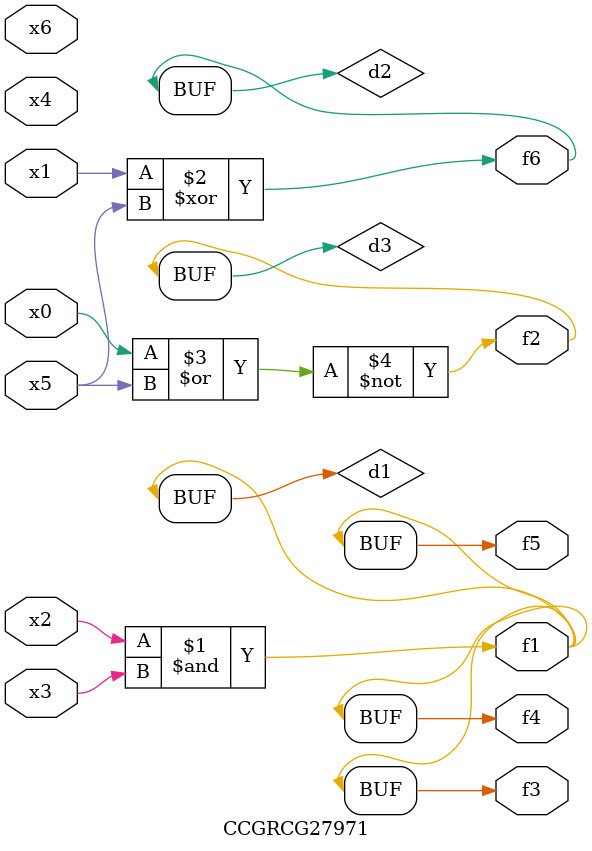
<source format=v>
module CCGRCG27971(
	input x0, x1, x2, x3, x4, x5, x6,
	output f1, f2, f3, f4, f5, f6
);

	wire d1, d2, d3;

	and (d1, x2, x3);
	xor (d2, x1, x5);
	nor (d3, x0, x5);
	assign f1 = d1;
	assign f2 = d3;
	assign f3 = d1;
	assign f4 = d1;
	assign f5 = d1;
	assign f6 = d2;
endmodule

</source>
